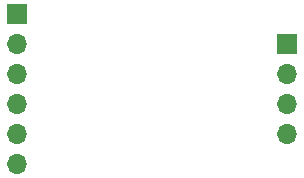
<source format=gbr>
%TF.GenerationSoftware,KiCad,Pcbnew,(6.0.7)*%
%TF.CreationDate,2023-03-18T19:29:26-05:00*%
%TF.ProjectId,CS4334Breakout,43533433-3334-4427-9265-616b6f75742e,rev?*%
%TF.SameCoordinates,Original*%
%TF.FileFunction,Soldermask,Bot*%
%TF.FilePolarity,Negative*%
%FSLAX46Y46*%
G04 Gerber Fmt 4.6, Leading zero omitted, Abs format (unit mm)*
G04 Created by KiCad (PCBNEW (6.0.7)) date 2023-03-18 19:29:26*
%MOMM*%
%LPD*%
G01*
G04 APERTURE LIST*
%ADD10R,1.700000X1.700000*%
%ADD11O,1.700000X1.700000*%
G04 APERTURE END LIST*
D10*
%TO.C,J2*%
X177800000Y-99060000D03*
D11*
X177800000Y-101600000D03*
X177800000Y-104140000D03*
X177800000Y-106680000D03*
%TD*%
D10*
%TO.C,J1*%
X154940000Y-96520000D03*
D11*
X154940000Y-99060000D03*
X154940000Y-101600000D03*
X154940000Y-104140000D03*
X154940000Y-106680000D03*
X154940000Y-109220000D03*
%TD*%
M02*

</source>
